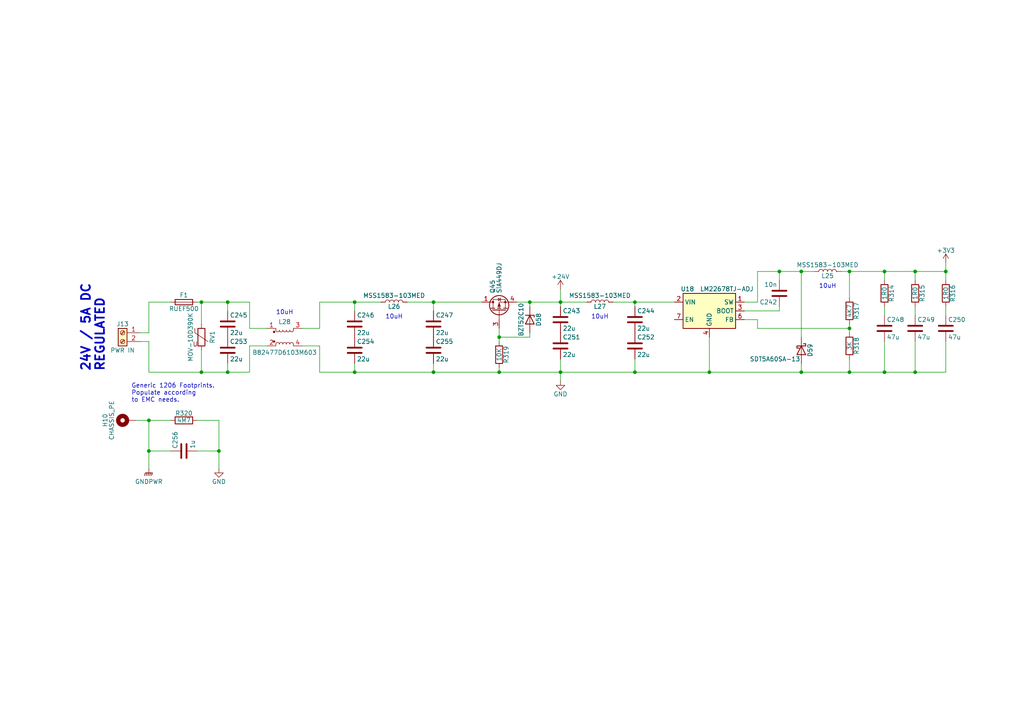
<source format=kicad_sch>
(kicad_sch (version 20211123) (generator eeschema)
  (paper "A4")
  (title_block (title "Open Hardware 10Base-T1L Switch") (date "2023-04-07") (rev "REV A") (company "Peter Heinrich") (comment 1 "Open Hardware License CERN-OHL-P v2") (comment 2 "https://github.com/peterheinrich/Open_10Base-T1L_Switch"))
  (lib_symbols
    (symbol "Connector:Screw_Terminal_01x02" (pin_names (offset 1.016) hide)
      (property "Reference" "J" (at 0 2.54 0))
      (property "Value" "Screw_Terminal_01x02" (at 0 -5.08 0))
      (symbol "Screw_Terminal_01x02_1_1"
        (rectangle (start -1.27 1.27) (end 1.27 -3.81) (stroke (width 0.254)) (fill (type background)))
        (circle (center 0 -2.54) (radius 0.635) (stroke (width 0.1524)))
        (polyline (pts (xy -0.5334 -2.2098) (xy 0.3302 -3.048)) (stroke (width 0.1524)))
        (polyline (pts (xy -0.5334 0.3302) (xy 0.3302 -0.508)) (stroke (width 0.1524)))
        (polyline (pts (xy -0.3556 -2.032) (xy 0.508 -2.8702)) (stroke (width 0.1524)))
        (polyline (pts (xy -0.3556 0.508) (xy 0.508 -0.3302)) (stroke (width 0.1524)))
        (circle (center 0 0) (radius 0.635) (stroke (width 0.1524)))
        (pin passive line (at -5.08 0 0) (length 3.81) (name "Pin_1") (number "1"))
        (pin passive line (at -5.08 -2.54 0) (length 3.81) (name "Pin_2") (number "2"))
      )
    )
    (symbol "Device:C" (pin_numbers hide) (pin_names (offset 0.254))
      (property "Reference" "C" (at 0.635 2.54 0))
      (property "Value" "C" (at 0.635 -2.54 0))
      (symbol "C_0_1"
        (polyline (pts (xy -2.032 -0.762) (xy 2.032 -0.762)) (stroke (width 0.508)))
        (polyline (pts (xy -2.032 0.762) (xy 2.032 0.762)) (stroke (width 0.508)))
      )
      (symbol "C_1_1"
        (pin passive line (at 0 3.81 270) (length 2.794) (name "~") (number "1"))
        (pin passive line (at 0 -3.81 90) (length 2.794) (name "~") (number "2"))
      )
    )
    (symbol "Device:D_Schottky" (pin_numbers hide) (pin_names (offset 1.016) hide)
      (property "Reference" "D" (at 0 2.54 0))
      (property "Value" "D_Schottky" (at 0 -2.54 0))
      (symbol "D_Schottky_0_1"
        (polyline (pts (xy 1.27 0) (xy -1.27 0)))
        (polyline (pts (xy 1.27 1.27) (xy 1.27 -1.27) (xy -1.27 0) (xy 1.27 1.27)) (stroke (width 0.254)))
        (polyline (pts (xy -1.905 0.635) (xy -1.905 1.27) (xy -1.27 1.27) (xy -1.27 -1.27) (xy -0.635 -1.27) (xy -0.635 -0.635)) (stroke (width 0.254)))
      )
      (symbol "D_Schottky_1_1"
        (pin passive line (at -3.81 0 0) (length 2.54) (name "K") (number "1"))
        (pin passive line (at 3.81 0 180) (length 2.54) (name "A") (number "2"))
      )
    )
    (symbol "Device:D_Zener" (pin_numbers hide) (pin_names (offset 1.016) hide)
      (property "Reference" "D" (at 0 2.54 0))
      (property "Value" "D_Zener" (at 0 -2.54 0))
      (symbol "D_Zener_0_1"
        (polyline (pts (xy 1.27 0) (xy -1.27 0)))
        (polyline (pts (xy -1.27 -1.27) (xy -1.27 1.27) (xy -0.762 1.27)) (stroke (width 0.254)))
        (polyline (pts (xy 1.27 -1.27) (xy 1.27 1.27) (xy -1.27 0) (xy 1.27 -1.27)) (stroke (width 0.254)))
      )
      (symbol "D_Zener_1_1"
        (pin passive line (at -3.81 0 0) (length 2.54) (name "K") (number "1"))
        (pin passive line (at 3.81 0 180) (length 2.54) (name "A") (number "2"))
      )
    )
    (symbol "Device:Fuse" (pin_numbers hide) (pin_names (offset 0))
      (property "Reference" "F" (at 2.032 0 90))
      (property "Value" "Fuse" (at -1.905 0 90))
      (symbol "Fuse_0_1"
        (rectangle (start -0.762 -2.54) (end 0.762 2.54) (stroke (width 0.254)))
        (polyline (pts (xy 0 2.54) (xy 0 -2.54)))
      )
      (symbol "Fuse_1_1"
        (pin passive line (at 0 3.81 270) (length 1.27) (name "~") (number "1"))
        (pin passive line (at 0 -3.81 90) (length 1.27) (name "~") (number "2"))
      )
    )
    (symbol "Device:L" (pin_numbers hide) (pin_names (offset 1.016) hide)
      (property "Reference" "L" (at -1.27 0 90))
      (property "Value" "L" (at 1.905 0 90))
      (symbol "L_0_1"
        (arc (start 0 -2.54) (mid 0.635 -1.905) (end 0 -1.27))
        (arc (start 0 -1.27) (mid 0.635 -0.635) (end 0 0))
        (arc (start 0 0) (mid 0.635 0.635) (end 0 1.27))
        (arc (start 0 1.27) (mid 0.635 1.905) (end 0 2.54))
      )
      (symbol "L_1_1"
        (pin passive line (at 0 3.81 270) (length 1.27) (name "1") (number "1"))
        (pin passive line (at 0 -3.81 90) (length 1.27) (name "2") (number "2"))
      )
    )
    (symbol "Device:L_Coupled_1324" (pin_names (offset 0.254) hide)
      (property "Reference" "L" (at 0 4.445 0))
      (property "Value" "L_Coupled_1324" (at 0 -4.445 0))
      (symbol "L_Coupled_1324_0_1"
        (circle (center -3.048 -1.27) (radius 0.254) (fill (type outline)))
        (circle (center -3.048 1.524) (radius 0.254) (fill (type outline)))
        (arc (start -2.54 2.032) (mid -2.032 1.524) (end -1.524 2.032))
        (arc (start -1.524 -2.032) (mid -2.032 -1.524) (end -2.54 -2.032))
        (arc (start -1.524 2.032) (mid -1.016 1.524) (end -0.508 2.032))
        (arc (start -0.508 -2.032) (mid -1.016 -1.524) (end -1.524 -2.032))
        (arc (start -0.508 2.032) (mid 0 1.524) (end 0.508 2.032))
        (polyline (pts (xy -2.54 -2.032) (xy -2.54 -2.54)))
        (polyline (pts (xy -2.54 2.032) (xy -2.54 2.54)))
        (polyline (pts (xy 2.54 -2.032) (xy 2.54 -2.54)))
        (polyline (pts (xy 2.54 2.54) (xy 2.54 2.032)))
        (arc (start 0.508 -2.032) (mid 0 -1.524) (end -0.508 -2.032))
        (arc (start 0.508 2.032) (mid 1.016 1.524) (end 1.524 2.032))
        (arc (start 1.524 -2.032) (mid 1.016 -1.524) (end 0.508 -2.032))
        (arc (start 1.524 2.032) (mid 2.032 1.524) (end 2.54 2.032))
        (arc (start 2.54 -2.032) (mid 2.032 -1.524) (end 1.524 -2.032))
      )
      (symbol "L_Coupled_1324_1_1"
        (pin passive line (at -5.08 2.54 0) (length 2.54) (name "1") (number "1"))
        (pin passive line (at -5.08 -2.54 0) (length 2.54) (name "2") (number "2"))
        (pin passive line (at 5.08 2.54 180) (length 2.54) (name "3") (number "3"))
        (pin passive line (at 5.08 -2.54 180) (length 2.54) (name "4") (number "4"))
      )
    )
    (symbol "Device:R" (pin_numbers hide) (pin_names (offset 0))
      (property "Reference" "R" (at 2.032 0 90))
      (property "Value" "R" (at 0 0 90))
      (symbol "R_0_1"
        (rectangle (start -1.016 -2.54) (end 1.016 2.54) (stroke (width 0.254)))
      )
      (symbol "R_1_1"
        (pin passive line (at 0 3.81 270) (length 1.27) (name "~") (number "1"))
        (pin passive line (at 0 -3.81 90) (length 1.27) (name "~") (number "2"))
      )
    )
    (symbol "Device:Varistor" (pin_numbers hide) (pin_names (offset 0))
      (property "Reference" "RV" (at 3.175 0 90))
      (property "Value" "Varistor" (at -3.175 0 90))
      (symbol "Varistor_0_0"
        (text "U" (at -1.778 -2.032 0) (effects (font (size 1.27 1.27))))
      )
      (symbol "Varistor_0_1"
        (rectangle (start -1.016 -2.54) (end 1.016 2.54) (stroke (width 0.254)))
        (polyline (pts (xy -1.905 2.54) (xy -1.905 1.27) (xy 1.905 -1.27)))
      )
      (symbol "Varistor_1_1"
        (pin passive line (at 0 3.81 270) (length 1.27) (name "~") (number "1"))
        (pin passive line (at 0 -3.81 90) (length 1.27) (name "~") (number "2"))
      )
    )
    (symbol "Mechanical:MountingHole_Pad" (pin_numbers hide) (pin_names (offset 1.016) hide)
      (property "Reference" "H" (at 0 6.35 0))
      (property "Value" "MountingHole_Pad" (at 0 4.445 0))
      (symbol "MountingHole_Pad_0_1"
        (circle (center 0 1.27) (radius 1.27) (stroke (width 1.27)))
      )
      (symbol "MountingHole_Pad_1_1"
        (pin input line (at 0 -2.54 90) (length 2.54) (name "1") (number "1"))
      )
    )
    (symbol "Regulator_Switching:LM22678TJ-ADJ"
      (property "Reference" "U" (at -6.35 6.35 0))
      (property "Value" "LM22678TJ-ADJ" (at 5.08 6.35 0))
      (symbol "LM22678TJ-ADJ_0_1"
        (rectangle (start -7.62 5.08) (end 7.62 -5.08) (stroke (width 0.254)) (fill (type background)))
      )
      (symbol "LM22678TJ-ADJ_1_1"
        (pin power_out line (at 10.16 2.54 180) (length 2.54) (name "SW") (number "1"))
        (pin power_in line (at -10.16 2.54 0) (length 2.54) (name "VIN") (number "2"))
        (pin passive line (at 10.16 0 180) (length 2.54) (name "BOOT") (number "3"))
        (pin power_in line (at 0 -7.62 90) (length 2.54) (name "GND") (number "4"))
        (pin no_connect line (at -7.62 0 0) (length 2.54) hide (name "NC") (number "5"))
        (pin input line (at 10.16 -2.54 180) (length 2.54) (name "FB") (number "6"))
        (pin input line (at -10.16 -2.54 0) (length 2.54) (name "EN") (number "7"))
        (pin passive line (at 0 -7.62 90) (length 2.54) hide (name "GND") (number "8"))
      )
    )
    (symbol "Transistor_FET:SiA449DJ" (pin_names hide)
      (property "Reference" "Q" (at 5.08 1.905 0))
      (property "Value" "SiA449DJ" (at 5.08 0 0))
      (symbol "SiA449DJ_0_1"
        (polyline (pts (xy 0.254 0) (xy -2.54 0)))
        (polyline (pts (xy 0.254 1.905) (xy 0.254 -1.905)) (stroke (width 0.254)))
        (polyline (pts (xy 0.762 -1.27) (xy 0.762 -2.286)) (stroke (width 0.254)))
        (polyline (pts (xy 0.762 0.508) (xy 0.762 -0.508)) (stroke (width 0.254)))
        (polyline (pts (xy 0.762 2.286) (xy 0.762 1.27)) (stroke (width 0.254)))
        (polyline (pts (xy 2.54 2.54) (xy 2.54 1.778)))
        (polyline (pts (xy 2.54 -2.54) (xy 2.54 0) (xy 0.762 0)))
        (polyline (pts (xy 0.762 1.778) (xy 3.302 1.778) (xy 3.302 -1.778) (xy 0.762 -1.778)))
        (polyline (pts (xy 2.286 0) (xy 1.27 0.381) (xy 1.27 -0.381) (xy 2.286 0)) (fill (type outline)))
        (polyline (pts (xy 2.794 -0.508) (xy 2.921 -0.381) (xy 3.683 -0.381) (xy 3.81 -0.254)))
        (polyline (pts (xy 3.302 -0.381) (xy 2.921 0.254) (xy 3.683 0.254) (xy 3.302 -0.381)))
        (circle (center 1.651 0) (radius 2.794) (stroke (width 0.254)))
        (circle (center 2.54 -1.778) (radius 0.254) (fill (type outline)))
        (circle (center 2.54 1.778) (radius 0.254) (fill (type outline)))
      )
      (symbol "SiA449DJ_1_1"
        (pin passive line (at 2.54 5.08 270) (length 2.54) (name "D") (number "1"))
        (pin passive line (at -5.08 0 0) (length 2.54) (name "G") (number "3"))
        (pin passive line (at 2.54 -5.08 90) (length 2.54) (name "S") (number "4"))
      )
    )
    (symbol "power:+24V" (power) (pin_names (offset 0))
      (property "Value" "+24V" (at 0 3.556 0))
      (symbol "+24V_0_1"
        (polyline (pts (xy -0.762 1.27) (xy 0 2.54)))
        (polyline (pts (xy 0 0) (xy 0 2.54)))
        (polyline (pts (xy 0 2.54) (xy 0.762 1.27)))
      )
      (symbol "+24V_1_1"
        (pin power_in line (at 0 0 90) (length 0) hide (name "+24V") (number "1"))
      )
    )
    (symbol "power:+3V3" (power) (pin_names (offset 0))
      (property "Value" "+3V3" (at 0 3.556 0))
      (symbol "+3V3_0_1"
        (polyline (pts (xy -0.762 1.27) (xy 0 2.54)))
        (polyline (pts (xy 0 0) (xy 0 2.54)))
        (polyline (pts (xy 0 2.54) (xy 0.762 1.27)))
      )
      (symbol "+3V3_1_1"
        (pin power_in line (at 0 0 90) (length 0) hide (name "+3V3") (number "1"))
      )
    )
    (symbol "power:GND" (power) (pin_names (offset 0))
      (property "Value" "GND" (at 0 -3.81 0))
      (symbol "GND_0_1"
        (polyline (pts (xy 0 0) (xy 0 -1.27) (xy 1.27 -1.27) (xy 0 -2.54) (xy -1.27 -1.27) (xy 0 -1.27)))
      )
      (symbol "GND_1_1"
        (pin power_in line (at 0 0 270) (length 0) hide (name "GND") (number "1"))
      )
    )
    (symbol "power:GNDPWR" (power) (pin_names (offset 0))
      (property "Value" "GNDPWR" (at 0 -3.302 0))
      (symbol "GNDPWR_0_1"
        (polyline (pts (xy 0 -1.27) (xy 0 0)))
        (polyline (pts (xy -1.016 -1.27) (xy -1.27 -2.032) (xy -1.27 -2.032)) (stroke (width 0.2032)))
        (polyline (pts (xy -0.508 -1.27) (xy -0.762 -2.032) (xy -0.762 -2.032)) (stroke (width 0.2032)))
        (polyline (pts (xy 0 -1.27) (xy -0.254 -2.032) (xy -0.254 -2.032)) (stroke (width 0.2032)))
        (polyline (pts (xy 0.508 -1.27) (xy 0.254 -2.032) (xy 0.254 -2.032)) (stroke (width 0.2032)))
        (polyline (pts (xy 1.016 -1.27) (xy -1.016 -1.27) (xy -1.016 -1.27)) (stroke (width 0.2032)))
        (polyline (pts (xy 1.016 -1.27) (xy 0.762 -2.032) (xy 0.762 -2.032) (xy 0.762 -2.032)) (stroke (width 0.2032)))
      )
      (symbol "GNDPWR_1_1"
        (pin power_in line (at 0 0 270) (length 0) hide (name "GNDPWR") (number "1"))
      )
    )
  )
  (junction (at 246.38 107.95))
  (junction (at 246.38 95.25))
  (junction (at 232.41 107.95))
  (junction (at 66.04 107.95))
  (junction (at 66.04 87.63))
  (junction (at 63.5 130.81))
  (junction (at 184.15 87.63))
  (junction (at 256.54 78.74))
  (junction (at 205.74 107.95))
  (junction (at 43.18 121.92))
  (junction (at 144.78 107.95))
  (junction (at 162.56 87.63))
  (junction (at 102.87 107.95))
  (junction (at 265.43 78.74))
  (junction (at 246.38 78.74))
  (junction (at 125.73 107.95))
  (junction (at 58.42 87.63))
  (junction (at 232.41 78.74))
  (junction (at 43.18 130.81))
  (junction (at 125.73 87.63))
  (junction (at 274.32 78.74))
  (junction (at 153.67 87.63))
  (junction (at 144.78 97.79))
  (junction (at 162.56 107.95))
  (junction (at 256.54 107.95))
  (junction (at 184.15 107.95))
  (junction (at 226.06 78.74))
  (junction (at 58.42 107.95))
  (junction (at 102.87 87.63))
  (junction (at 265.43 107.95))
  (wire (pts (xy 43.18 121.92) (xy 49.53 121.92)))
  (wire (pts (xy 92.71 107.95) (xy 102.87 107.95)))
  (wire (pts (xy 243.84 78.74) (xy 246.38 78.74)))
  (wire (pts (xy 58.42 101.6) (xy 58.42 107.95)))
  (wire (pts (xy 162.56 87.63) (xy 170.18 87.63)))
  (wire (pts (xy 162.56 107.95) (xy 162.56 110.49)))
  (wire (pts (xy 232.41 107.95) (xy 246.38 107.95)))
  (wire (pts (xy 162.56 107.95) (xy 162.56 104.14)))
  (wire (pts (xy 43.18 107.95) (xy 43.18 99.06)))
  (wire (pts (xy 144.78 97.79) (xy 144.78 99.06)))
  (wire (pts (xy 57.15 121.92) (xy 63.5 121.92)))
  (wire (pts (xy 265.43 99.06) (xy 265.43 107.95)))
  (wire (pts (xy 153.67 96.52) (xy 153.67 97.79)))
  (wire (pts (xy 256.54 99.06) (xy 256.54 107.95)))
  (wire (pts (xy 63.5 135.89) (xy 63.5 130.81)))
  (wire (pts (xy 43.18 130.81) (xy 49.53 130.81)))
  (wire (pts (xy 92.71 87.63) (xy 102.87 87.63)))
  (wire (pts (xy 215.9 90.17) (xy 226.06 90.17)))
  (wire (pts (xy 87.63 100.33) (xy 92.71 100.33)))
  (wire (pts (xy 58.42 107.95) (xy 66.04 107.95)))
  (wire (pts (xy 232.41 78.74) (xy 232.41 97.79)))
  (wire (pts (xy 149.86 87.63) (xy 153.67 87.63)))
  (wire (pts (xy 43.18 121.92) (xy 43.18 130.81)))
  (wire (pts (xy 125.73 87.63) (xy 125.73 90.17)))
  (wire (pts (xy 219.71 95.25) (xy 246.38 95.25)))
  (wire (pts (xy 219.71 92.71) (xy 219.71 95.25)))
  (wire (pts (xy 144.78 95.25) (xy 144.78 97.79)))
  (wire (pts (xy 265.43 88.9) (xy 265.43 91.44)))
  (wire (pts (xy 205.74 107.95) (xy 232.41 107.95)))
  (wire (pts (xy 63.5 130.81) (xy 63.5 121.92)))
  (wire (pts (xy 102.87 105.41) (xy 102.87 107.95)))
  (wire (pts (xy 265.43 78.74) (xy 274.32 78.74)))
  (wire (pts (xy 256.54 107.95) (xy 265.43 107.95)))
  (wire (pts (xy 215.9 92.71) (xy 219.71 92.71)))
  (wire (pts (xy 256.54 78.74) (xy 265.43 78.74)))
  (wire (pts (xy 40.64 99.06) (xy 43.18 99.06)))
  (wire (pts (xy 72.39 95.25) (xy 72.39 87.63)))
  (wire (pts (xy 205.74 97.79) (xy 205.74 107.95)))
  (wire (pts (xy 219.71 78.74) (xy 219.71 87.63)))
  (wire (pts (xy 118.11 87.63) (xy 125.73 87.63)))
  (wire (pts (xy 215.9 87.63) (xy 219.71 87.63)))
  (wire (pts (xy 246.38 93.98) (xy 246.38 95.25)))
  (wire (pts (xy 265.43 107.95) (xy 274.32 107.95)))
  (wire (pts (xy 274.32 107.95) (xy 274.32 99.06)))
  (wire (pts (xy 265.43 78.74) (xy 265.43 81.28)))
  (wire (pts (xy 232.41 105.41) (xy 232.41 107.95)))
  (wire (pts (xy 43.18 107.95) (xy 58.42 107.95)))
  (wire (pts (xy 102.87 87.63) (xy 110.49 87.63)))
  (wire (pts (xy 144.78 97.79) (xy 153.67 97.79)))
  (wire (pts (xy 102.87 107.95) (xy 125.73 107.95)))
  (wire (pts (xy 184.15 107.95) (xy 205.74 107.95)))
  (wire (pts (xy 184.15 87.63) (xy 184.15 88.9)))
  (wire (pts (xy 153.67 87.63) (xy 153.67 88.9)))
  (wire (pts (xy 144.78 106.68) (xy 144.78 107.95)))
  (wire (pts (xy 92.71 107.95) (xy 92.71 100.33)))
  (wire (pts (xy 236.22 78.74) (xy 232.41 78.74)))
  (wire (pts (xy 58.42 87.63) (xy 66.04 87.63)))
  (wire (pts (xy 274.32 88.9) (xy 274.32 91.44)))
  (wire (pts (xy 256.54 78.74) (xy 256.54 81.28)))
  (wire (pts (xy 162.56 87.63) (xy 162.56 88.9)))
  (wire (pts (xy 43.18 96.52) (xy 43.18 87.63)))
  (wire (pts (xy 226.06 78.74) (xy 232.41 78.74)))
  (wire (pts (xy 226.06 78.74) (xy 226.06 81.28)))
  (wire (pts (xy 66.04 87.63) (xy 66.04 90.17)))
  (wire (pts (xy 274.32 78.74) (xy 274.32 81.28)))
  (wire (pts (xy 144.78 107.95) (xy 162.56 107.95)))
  (wire (pts (xy 184.15 107.95) (xy 184.15 104.14)))
  (wire (pts (xy 246.38 95.25) (xy 246.38 96.52)))
  (wire (pts (xy 177.8 87.63) (xy 184.15 87.63)))
  (wire (pts (xy 58.42 87.63) (xy 58.42 93.98)))
  (wire (pts (xy 102.87 87.63) (xy 102.87 90.17)))
  (wire (pts (xy 77.47 100.33) (xy 72.39 100.33)))
  (wire (pts (xy 246.38 78.74) (xy 246.38 86.36)))
  (wire (pts (xy 246.38 78.74) (xy 256.54 78.74)))
  (wire (pts (xy 66.04 107.95) (xy 66.04 105.41)))
  (wire (pts (xy 125.73 87.63) (xy 139.7 87.63)))
  (wire (pts (xy 246.38 104.14) (xy 246.38 107.95)))
  (wire (pts (xy 125.73 107.95) (xy 144.78 107.95)))
  (wire (pts (xy 43.18 87.63) (xy 49.53 87.63)))
  (wire (pts (xy 162.56 83.82) (xy 162.56 87.63)))
  (wire (pts (xy 246.38 107.95) (xy 256.54 107.95)))
  (wire (pts (xy 162.56 107.95) (xy 184.15 107.95)))
  (wire (pts (xy 256.54 88.9) (xy 256.54 91.44)))
  (wire (pts (xy 72.39 100.33) (xy 72.39 107.95)))
  (wire (pts (xy 184.15 87.63) (xy 195.58 87.63)))
  (wire (pts (xy 57.15 87.63) (xy 58.42 87.63)))
  (wire (pts (xy 226.06 88.9) (xy 226.06 90.17)))
  (wire (pts (xy 77.47 95.25) (xy 72.39 95.25)))
  (wire (pts (xy 125.73 107.95) (xy 125.73 105.41)))
  (wire (pts (xy 39.37 121.92) (xy 43.18 121.92)))
  (wire (pts (xy 57.15 130.81) (xy 63.5 130.81)))
  (wire (pts (xy 153.67 87.63) (xy 162.56 87.63)))
  (wire (pts (xy 43.18 130.81) (xy 43.18 135.89)))
  (wire (pts (xy 40.64 96.52) (xy 43.18 96.52)))
  (wire (pts (xy 274.32 76.2) (xy 274.32 78.74)))
  (wire (pts (xy 87.63 95.25) (xy 92.71 95.25)))
  (wire (pts (xy 66.04 87.63) (xy 72.39 87.63)))
  (wire (pts (xy 66.04 107.95) (xy 72.39 107.95)))
  (wire (pts (xy 92.71 95.25) (xy 92.71 87.63)))
  (wire (pts (xy 219.71 78.74) (xy 226.06 78.74)))
  (text "10uH" (at 111.76 92.71 0) (effects (font (size 1.27 1.27)) (justify left bottom)))
  (text "10uH" (at 237.49 83.82 0) (effects (font (size 1.27 1.27)) (justify left bottom)))
  (text "10uH" (at 80.01 91.44 0) (effects (font (size 1.27 1.27)) (justify left bottom)))
  (text "Generic 1206 Footprints.\nPopulate according \nto EMC needs." (at 38.1 116.84 0) (effects (font (size 1.27 1.27)) (justify left bottom)))
  (text "24V / 5A DC\nREGULATED" (at 30.48 107.95 90) (effects (font (size 2.54 2.54) (thickness 0.508) bold) (justify left bottom)))
  (text "10uH" (at 171.45 92.71 0) (effects (font (size 1.27 1.27)) (justify left bottom)))
  (symbol (lib_id "Device:C") (at 256.54 95.25 0) (unit 1)
    (property "Reference" "C248" (at 257.175 92.71 0) (effects (justify left)))
    (property "Value" "47u" (at 257.175 97.79 0) (effects (justify left)))
    (property "Footprint" "Capacitor_SMD:C_1206_3216Metric" (effects hide))
  )
  (symbol (lib_id "Device:R") (at 246.38 90.17 0) (unit 1)
    (property "Reference" "R317" (at 248.412 90.17 90))
    (property "Value" "4K7" (at 246.38 90.17 90))
    (property "Footprint" "Resistor_SMD:R_0603_1608Metric" (effects hide))
  )
  (symbol (lib_id "Device:C") (at 102.87 93.98 0) (unit 1)
    (property "Reference" "C246" (at 103.505 91.44 0) (effects (justify left)))
    (property "Value" "22u" (at 103.505 96.52 0) (effects (justify left)))
    (property "Footprint" "Capacitor_SMD:C_1206_3216Metric" (effects hide))
  )
  (symbol (lib_id "Device:C") (at 162.56 100.33 0) (unit 1)
    (property "Reference" "C251" (at 163.195 97.79 0) (effects (justify left)))
    (property "Value" "22u" (at 163.195 102.87 0) (effects (justify left)))
    (property "Footprint" "Capacitor_SMD:C_1206_3216Metric" (effects hide))
  )
  (symbol (lib_id "Device:L_Coupled_1324") (at 82.55 97.79 0) (unit 1)
    (property "Reference" "L28" (at 82.55 93.345 0))
    (property "Value" "B82477D6103M603" (at 82.55 102.235 0))
    (property "Footprint" "Inductor_SMD:L_Bourns_SRF1260" (effects hide))
    (property "Datasheet" "https://product.tdk.com/system/files/dam/doc/product/inductor/inductor/smd/data_sheet/30/db/ind_2008/b82477d6.pdf" (effects hide))
  )
  (symbol (lib_id "Connector:Screw_Terminal_01x02") (at 35.56 96.52 0) (mirror y) (unit 1)
    (property "Reference" "J13" (at 35.56 93.98 0))
    (property "Value" "PWR IN" (at 35.56 101.6 0))
    (property "Footprint" "TerminalBlock_RND:TerminalBlock_RND_205-00287_1x02_P5.08mm_Horizontal" (effects hide))
  )
  (symbol (lib_id "Device:R") (at 246.38 100.33 0) (unit 1)
    (property "Reference" "R318" (at 248.412 100.33 90))
    (property "Value" "3K" (at 246.38 100.33 90))
    (property "Footprint" "Resistor_SMD:R_0603_1608Metric" (effects hide))
  )
  (symbol (lib_id "Device:C") (at 125.73 101.6 0) (unit 1)
    (property "Reference" "C255" (at 126.365 99.06 0) (effects (justify left)))
    (property "Value" "22u" (at 126.365 104.14 0) (effects (justify left)))
    (property "Footprint" "Capacitor_SMD:C_1206_3216Metric" (effects hide))
  )
  (symbol (lib_id "Device:C") (at 102.87 101.6 0) (unit 1)
    (property "Reference" "C254" (at 103.505 99.06 0) (effects (justify left)))
    (property "Value" "22u" (at 103.505 104.14 0) (effects (justify left)))
    (property "Footprint" "Capacitor_SMD:C_1206_3216Metric" (effects hide))
  )
  (symbol (lib_id "Device:L") (at 240.03 78.74 90) (unit 1)
    (property "Reference" "L25" (at 240.03 80.01 90))
    (property "Value" "MSS1583-103MED" (at 240.03 76.835 90))
    (property "Footprint" "MSS1583:MSS1583" (effects hide))
    (property "Datasheet" "https://www.coilcraft.com/getmedia/fbfe8ea7-f5d8-4484-859e-2285f427326d/mss1583.pdf" (effects hide))
  )
  (symbol (lib_id "Device:L") (at 114.3 87.63 90) (unit 1)
    (property "Reference" "L26" (at 114.3 88.9 90))
    (property "Value" "MSS1583-103MED" (at 114.3 85.725 90))
    (property "Footprint" "MSS1583:MSS1583" (effects hide))
    (property "Datasheet" "https://www.coilcraft.com/getmedia/fbfe8ea7-f5d8-4484-859e-2285f427326d/mss1583.pdf" (effects hide))
  )
  (symbol (lib_id "Regulator_Switching:LM22678TJ-ADJ") (at 205.74 90.17 0) (unit 1)
    (property "Reference" "U18" (at 199.39 83.82 0))
    (property "Value" "LM22678TJ-ADJ" (at 210.82 83.82 0))
    (property "Footprint" "Package_TO_SOT_SMD:TO-263-7_TabPin8" (effects hide))
    (property "Datasheet" "https://www.ti.com/lit/ds/symlink/lm22678.pdf" (effects hide))
  )
  (symbol (lib_id "power:GND") (at 162.56 110.49 0) (unit 1)
    (property "Reference" "#PWR0245" (effects hide))
    (property "Value" "GND" (at 162.56 114.3 0))
  )
  (symbol (lib_id "Device:C") (at 53.34 130.81 90) (unit 1)
    (property "Reference" "C256" (at 50.8 130.175 0) (effects (justify left)))
    (property "Value" "1u" (at 55.88 130.175 0) (effects (justify left)))
    (property "Footprint" "Capacitor_SMD:C_1206_3216Metric" (effects hide))
  )
  (symbol (lib_id "Device:Varistor") (at 58.42 97.79 0) (unit 1)
    (property "Reference" "RV1" (at 61.595 97.79 90))
    (property "Value" "MOV-10D390K" (at 55.245 97.79 90))
    (property "Footprint" "Varistor:RV_Disc_D12mm_W3.9mm_P7.5mm" (effects hide))
  )
  (symbol (lib_id "Device:C") (at 125.73 93.98 0) (unit 1)
    (property "Reference" "C247" (at 126.365 91.44 0) (effects (justify left)))
    (property "Value" "22u" (at 126.365 96.52 0) (effects (justify left)))
    (property "Footprint" "Capacitor_SMD:C_1206_3216Metric" (effects hide))
  )
  (symbol (lib_id "Device:C") (at 274.32 95.25 0) (unit 1)
    (property "Reference" "C250" (at 274.955 92.71 0) (effects (justify left)))
    (property "Value" "47u" (at 274.955 97.79 0) (effects (justify left)))
    (property "Footprint" "Capacitor_SMD:C_1206_3216Metric" (effects hide))
  )
  (symbol (lib_id "Device:Fuse") (at 53.34 87.63 90) (unit 1)
    (property "Reference" "F1" (at 53.34 85.598 90))
    (property "Value" "RUEF500" (at 53.34 89.535 90))
    (property "Footprint" "Fuse:Fuse_Bourns_MF-RG500" (effects hide))
  )
  (symbol (lib_id "Device:D_Schottky") (at 232.41 101.6 270) (unit 1)
    (property "Reference" "D59" (at 234.95 101.6 0))
    (property "Value" "SDT5A60SA-13" (at 224.79 104.14 90))
    (property "Footprint" "Diode_SMD:D_SMA" (effects hide))
  )
  (symbol (lib_id "Device:R") (at 256.54 85.09 0) (unit 1)
    (property "Reference" "R314" (at 258.572 85.09 90))
    (property "Value" "1R0" (at 256.54 85.09 90))
    (property "Footprint" "Resistor_SMD:R_0805_2012Metric" (effects hide))
  )
  (symbol (lib_id "Device:C") (at 162.56 92.71 0) (unit 1)
    (property "Reference" "C243" (at 163.195 90.17 0) (effects (justify left)))
    (property "Value" "22u" (at 163.195 95.25 0) (effects (justify left)))
    (property "Footprint" "Capacitor_SMD:C_1206_3216Metric" (effects hide))
  )
  (symbol (lib_id "power:+24V") (at 162.56 83.82 0) (unit 1)
    (property "Reference" "#PWR0244" (effects hide))
    (property "Value" "+24V" (at 162.56 80.264 0))
  )
  (symbol (lib_id "Device:R") (at 144.78 102.87 0) (unit 1)
    (property "Reference" "R319" (at 146.812 102.87 90))
    (property "Value" "10K" (at 144.78 102.87 90))
    (property "Footprint" "Resistor_SMD:R_0603_1608Metric" (effects hide))
  )
  (symbol (lib_id "Device:R") (at 274.32 85.09 0) (unit 1)
    (property "Reference" "R316" (at 276.352 85.09 90))
    (property "Value" "1R0" (at 274.32 85.09 90))
    (property "Footprint" "Resistor_SMD:R_0805_2012Metric" (effects hide))
  )
  (symbol (lib_id "Device:C") (at 184.15 92.71 0) (unit 1)
    (property "Reference" "C244" (at 184.785 90.17 0) (effects (justify left)))
    (property "Value" "22u" (at 184.785 95.25 0) (effects (justify left)))
    (property "Footprint" "Capacitor_SMD:C_1206_3216Metric" (effects hide))
  )
  (symbol (lib_id "Device:L") (at 173.99 87.63 90) (unit 1)
    (property "Reference" "L27" (at 173.99 88.9 90))
    (property "Value" "MSS1583-103MED" (at 173.99 85.725 90))
    (property "Footprint" "MSS1583:MSS1583" (effects hide))
    (property "Datasheet" "https://www.coilcraft.com/getmedia/fbfe8ea7-f5d8-4484-859e-2285f427326d/mss1583.pdf" (effects hide))
  )
  (symbol (lib_id "Device:C") (at 66.04 93.98 0) (unit 1)
    (property "Reference" "C245" (at 66.675 91.44 0) (effects (justify left)))
    (property "Value" "22u" (at 66.675 96.52 0) (effects (justify left)))
    (property "Footprint" "Capacitor_SMD:C_1206_3216Metric" (effects hide))
  )
  (symbol (lib_id "power:GND") (at 63.5 135.89 0) (unit 1)
    (property "Reference" "#PWR0247" (effects hide))
    (property "Value" "GND" (at 63.5 139.7 0))
  )
  (symbol (lib_id "Device:R") (at 265.43 85.09 0) (unit 1)
    (property "Reference" "R315" (at 267.462 85.09 90))
    (property "Value" "1R0" (at 265.43 85.09 90))
    (property "Footprint" "Resistor_SMD:R_0805_2012Metric" (effects hide))
  )
  (symbol (lib_id "Device:C") (at 265.43 95.25 0) (unit 1)
    (property "Reference" "C249" (at 266.065 92.71 0) (effects (justify left)))
    (property "Value" "47u" (at 266.065 97.79 0) (effects (justify left)))
    (property "Footprint" "Capacitor_SMD:C_1206_3216Metric" (effects hide))
  )
  (symbol (lib_id "Device:R") (at 53.34 121.92 90) (unit 1)
    (property "Reference" "R320" (at 53.34 119.888 90))
    (property "Value" "4M7" (at 53.34 121.92 90))
    (property "Footprint" "Resistor_SMD:R_1206_3216Metric" (effects hide))
  )
  (symbol (lib_id "Mechanical:MountingHole_Pad") (at 36.83 121.92 90) (unit 1)
    (property "Reference" "H10" (at 30.48 121.92 0))
    (property "Value" "CHASSIS_PE" (at 32.385 121.92 0))
    (property "Footprint" "MountingHole:MountingHole_3.2mm_M3_Pad_Via" (effects hide))
  )
  (symbol (lib_id "Device:C") (at 184.15 100.33 0) (unit 1)
    (property "Reference" "C252" (at 184.785 97.79 0) (effects (justify left)))
    (property "Value" "22u" (at 184.785 102.87 0) (effects (justify left)))
    (property "Footprint" "Capacitor_SMD:C_1206_3216Metric" (effects hide))
  )
  (symbol (lib_id "Device:D_Zener") (at 153.67 92.71 270) (unit 1)
    (property "Reference" "D58" (at 156.21 92.71 0))
    (property "Value" "BZT52C10" (at 151.13 92.71 0))
    (property "Footprint" "Diode_SMD:D_SOD-123" (effects hide))
  )
  (symbol (lib_id "Transistor_FET:SiA449DJ") (at 144.78 90.17 90) (unit 1)
    (property "Reference" "Q45" (at 142.875 85.09 0) (effects (justify left)))
    (property "Value" "SiA449DJ" (at 144.78 85.09 0) (effects (justify left)))
    (property "Footprint" "Package_TO_SOT_SMD:Vishay_PowerPAK_SC70-6L_Single" (effects hide))
  )
  (symbol (lib_id "Device:C") (at 226.06 85.09 180) (unit 1)
    (property "Reference" "C242" (at 225.425 87.63 0) (effects (justify left)))
    (property "Value" "10n" (at 225.425 82.55 0) (effects (justify left)))
    (property "Footprint" "Capacitor_SMD:C_0603_1608Metric" (effects hide))
  )
  (symbol (lib_id "Device:C") (at 66.04 101.6 0) (unit 1)
    (property "Reference" "C253" (at 66.675 99.06 0) (effects (justify left)))
    (property "Value" "22u" (at 66.675 104.14 0) (effects (justify left)))
    (property "Footprint" "Capacitor_SMD:C_1206_3216Metric" (effects hide))
  )
  (symbol (lib_id "power:+3V3") (at 274.32 76.2 0) (unit 1)
    (property "Reference" "#PWR0243" (effects hide))
    (property "Value" "+3V3" (at 274.32 72.644 0))
  )
  (symbol (lib_id "power:GNDPWR") (at 43.18 135.89 0) (unit 1)
    (property "Reference" "#PWR0246" (effects hide))
    (property "Value" "GNDPWR" (at 43.18 139.7 0))
  )
)
</source>
